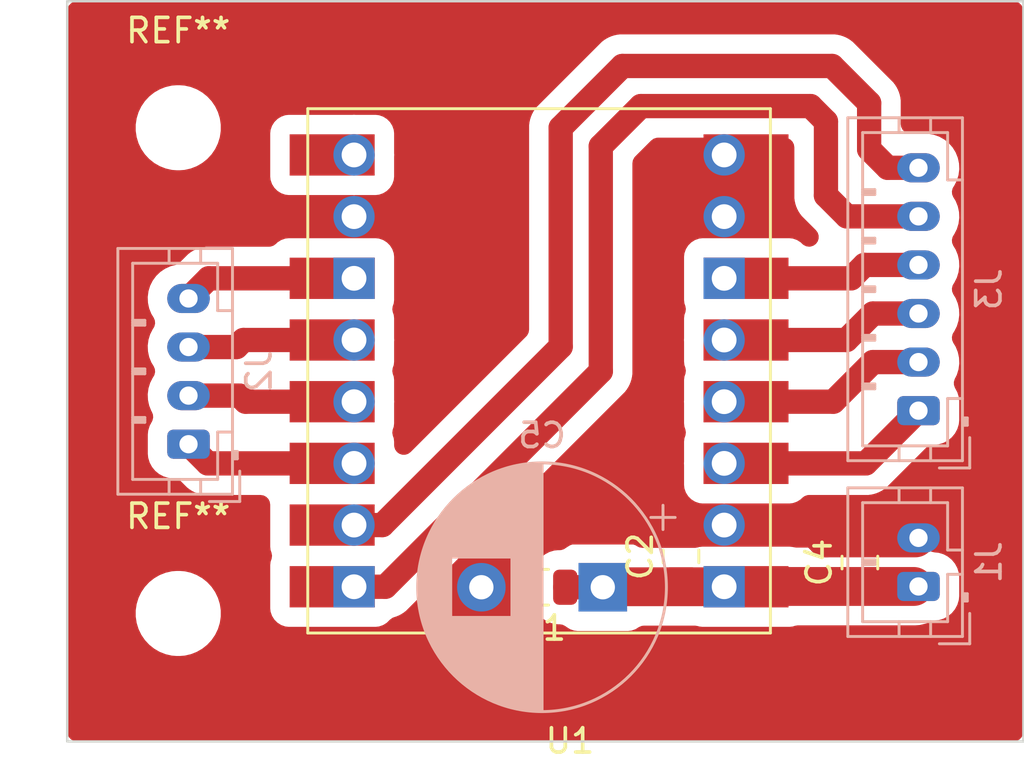
<source format=kicad_pcb>
(kicad_pcb (version 20221018) (generator pcbnew)
  (layers (0 "F.Cu" signal) (31 "B.Cu" signal) (34 "B.Paste" user) (35 "F.Paste" user) (36 "B.SilkS" user "B.Silkscreen") (37 "F.SilkS" user "F.Silkscreen") (38 "B.Mask" user) (39 "F.Mask" user) (44 "Edge.Cuts" user))
  (net 0 "")
  (net 1 "+3.3V")
  (net 2 "GND")
  (net 3 "Net-(J2-Pin_1)")
  (net 4 "Net-(J2-Pin_2)")
  (net 5 "Net-(J2-Pin_3)")
  (net 6 "Net-(J2-Pin_4)")
  (net 7 "DIO1")
  (net 8 "DIO2")
  (net 9 "TXen")
  (net 10 "RXen")
  (net 11 "Net-(J3-Pin_5)")
  (net 12 "Net-(J3-Pin_6)")
  (footprint "Capacitor_SMD:C_0805_2012Metric" (layer "F.Cu") (at 89.408 58.42 180)
    (fp_text reference "C1" (at 0 -1.68) (layer "F.SilkS"))
    (fp_text value "10uF")
    (fp_line (start -0.261252 -0.735) (end 0.261252 -0.735) (stroke (width 0.12)) (layer "F.SilkS"))
    (fp_line (start -0.261252 0.735) (end 0.261252 0.735) (stroke (width 0.12)) (layer "F.SilkS"))
    (pad "1" smd roundrect (at -0.95 0 180) (size 1 1.45) (layers "F.Cu" "F.Paste" "F.Mask") (net 1 "+3.3V"))
    (pad "2" smd roundrect (at 0.95 0 180) (size 1 1.45) (layers "F.Cu" "F.Paste" "F.Mask") (net 2 "GND"))
  )
  (footprint "MountingHole:MountingHole_3mm" (layer "F.Cu") (at 74.422 59.5)
    (fp_text reference "REF**" (at 0 -4) (layer "F.SilkS"))
    (fp_text value "MountingHole_3mm")
    (pad "" np_thru_hole circle (at 0 0) (size 3 3) (drill 3) (layers "F&B.Cu" "*.Mask"))
  )
  (footprint "footprints:Core1262" (layer "F.Cu") (at 90.55 64.75)
    (fp_text reference "U1" (at 0 0) (layer "F.SilkS"))
    (fp_text value "Core1262" hide)
    (fp_line (start -10.795 -26.035) (end 8.255 -26.035) (stroke (width 0.12)) (layer "F.SilkS"))
    (fp_line (start -10.795 -4.445) (end -10.795 -26.035) (stroke (width 0.12)) (layer "F.SilkS"))
    (fp_line (start 8.255 -26.035) (end 8.255 -4.445) (stroke (width 0.12)) (layer "F.SilkS"))
    (fp_line (start 8.255 -4.445) (end -10.795 -4.445) (stroke (width 0.12)) (layer "F.SilkS"))
    (pad "1" thru_hole oval (at 6.35 -24.13) (size 1.7 1.7) (drill 1.02) (layers "*.Cu" "*.Mask") (net 2 "GND"))
    (pad "1" smd rect (at 6.35 -24.13) (size 3.5 1.7) (drill (offset 0.9 0)) (layers "F.Cu" "F.Mask") (net 2 "GND"))
    (pad "2" thru_hole oval (at 6.35 -21.59) (size 1.7 1.7) (drill 1.02) (layers "*.Cu" "*.Mask") (net 2 "GND"))
    (pad "2" smd rect (at 6.35 -21.59) (size 3.5 1.7) (drill (offset 0.9 0)) (layers "F.Cu" "F.Mask") (net 2 "GND"))
    (pad "3" thru_hole rect (at 6.35 -19.05) (size 1.7 1.7) (drill 1.02) (layers "*.Cu" "*.Mask") (net 10 "RXen"))
    (pad "3" smd rect (at 6.35 -19.05) (size 3.5 1.7) (drill (offset 0.9 0)) (layers "F.Cu" "F.Mask") (net 10 "RXen"))
    (pad "4" thru_hole oval (at 6.35 -16.51) (size 1.7 1.7) (drill 1.02) (layers "*.Cu" "*.Mask") (net 9 "TXen"))
    (pad "4" smd rect (at 6.35 -16.51) (size 3.5 1.7) (drill (offset 0.9 0)) (layers "F.Cu" "F.Mask") (net 9 "TXen"))
    (pad "5" thru_hole oval (at 6.35 -13.97) (size 1.7 1.7) (drill 1.02) (layers "*.Cu" "*.Mask") (net 8 "DIO2"))
    (pad "5" smd rect (at 6.35 -13.97) (size 3.5 1.7) (drill (offset 0.9 0)) (layers "F.Cu" "F.Mask") (net 8 "DIO2"))
    (pad "6" thru_hole oval (at 6.35 -11.43) (size 1.7 1.7) (drill 1.02) (layers "*.Cu" "*.Mask") (net 7 "DIO1"))
    (pad "6" smd rect (at 6.35 -11.43) (size 3.5 1.7) (drill (offset 0.9 0)) (layers "F.Cu" "F.Mask") (net 7 "DIO1"))
    (pad "7" thru_hole oval (at 6.35 -8.89) (size 1.7 1.7) (drill 1.02) (layers "*.Cu" "*.Mask") (net 2 "GND"))
    (pad "7" smd rect (at 6.35 -8.89) (size 3.5 1.7) (drill (offset 0.9 0)) (layers "F.Cu" "F.Mask") (net 2 "GND"))
    (pad "8" thru_hole rect (at 6.35 -6.35) (size 1.7 1.7) (drill 1.02) (layers "*.Cu" "*.Mask") (net 1 "+3.3V"))
    (pad "8" smd rect (at 6.35 -6.35) (size 3.5 1.7) (drill (offset 0.9 0)) (layers "F.Cu" "F.Mask") (net 1 "+3.3V"))
    (pad "9" thru_hole rect (at -8.89 -6.35) (size 1.7 1.7) (drill 1.02) (layers "*.Cu" "*.Mask") (net 11 "Net-(J3-Pin_5)"))
    (pad "9" smd rect (at -8.89 -6.35) (size 3.5 1.7) (drill (offset -0.9 0)) (layers "F.Cu" "F.Mask") (net 11 "Net-(J3-Pin_5)"))
    (pad "10" thru_hole oval (at -8.89 -8.89) (size 1.7 1.7) (drill 1.02) (layers "*.Cu" "*.Mask") (net 12 "Net-(J3-Pin_6)"))
    (pad "10" smd rect (at -8.89 -8.89) (size 3.5 1.7) (drill (offset -0.9 0)) (layers "F.Cu" "F.Mask") (net 12 "Net-(J3-Pin_6)"))
    (pad "11" thru_hole oval (at -8.89 -11.43) (size 1.7 1.7) (drill 1.02) (layers "*.Cu" "*.Mask") (net 3 "Net-(J2-Pin_1)"))
    (pad "11" smd rect (at -8.89 -11.43) (size 3.5 1.7) (drill (offset -0.9 0)) (layers "F.Cu" "F.Mask") (net 3 "Net-(J2-Pin_1)"))
    (pad "12" thru_hole oval (at -8.89 -13.97) (size 1.7 1.7) (drill 1.02) (layers "*.Cu" "*.Mask") (net 4 "Net-(J2-Pin_2)"))
    (pad "12" smd rect (at -8.89 -13.97) (size 3.5 1.7) (drill (offset -0.9 0)) (layers "F.Cu" "F.Mask") (net 4 "Net-(J2-Pin_2)"))
    (pad "13" thru_hole oval (at -8.89 -16.51) (size 1.7 1.7) (drill 1.02) (layers "*.Cu" "*.Mask") (net 5 "Net-(J2-Pin_3)"))
    (pad "13" smd rect (at -8.89 -16.51) (size 3.5 1.7) (drill (offset -0.9 0)) (layers "F.Cu" "F.Mask") (net 5 "Net-(J2-Pin_3)"))
    (pad "14" thru_hole rect (at -8.89 -19.05) (size 1.7 1.7) (drill 1.02) (layers "*.Cu" "*.Mask") (net 6 "Net-(J2-Pin_4)"))
    (pad "14" smd rect (at -8.89 -19.05) (size 3.5 1.7) (drill (offset -0.9 0)) (layers "F.Cu" "F.Mask") (net 6 "Net-(J2-Pin_4)"))
    (pad "15" thru_hole oval (at -8.89 -21.59) (size 1.7 1.7) (drill 1.02) (layers "*.Cu" "*.Mask") (net 2 "GND"))
    (pad "15" smd rect (at -8.89 -21.59) (size 3.5 1.7) (drill (offset -0.9 0)) (layers "F.Cu" "F.Mask") (net 2 "GND"))
    (pad "16" thru_hole oval (at -8.89 -24.13) (size 1.7 1.7) (drill 1.02) (layers "*.Cu" "*.Mask"))
    (pad "16" smd rect (at -8.89 -24.13) (size 3.5 1.7) (drill (offset -0.9 0)) (layers "F.Cu" "F.Mask"))
  )
  (footprint "MountingHole:MountingHole_3mm" (layer "F.Cu") (at 74.422 39.5)
    (fp_text reference "REF**" (at 0 -4) (layer "F.SilkS"))
    (fp_text value "MountingHole_3mm")
    (pad "" np_thru_hole circle (at 0 0) (size 3 3) (drill 3) (layers "*.Cu" "*.Mask"))
  )
  (footprint "Capacitor_SMD:C_0805_2012Metric" (layer "F.Cu") (at 95.123 57.15 90)
    (fp_text reference "C2" (at 0 -1.68 90) (layer "F.SilkS"))
    (fp_text value "0.1uF")
    (fp_line (start -0.261252 -0.735) (end 0.261252 -0.735) (stroke (width 0.12)) (layer "F.SilkS"))
    (fp_line (start -0.261252 0.735) (end 0.261252 0.735) (stroke (width 0.12)) (layer "F.SilkS"))
    (pad "1" smd roundrect (at -0.95 0 90) (size 1 1.45) (layers "F.Cu" "F.Paste" "F.Mask") (net 1 "+3.3V"))
    (pad "2" smd roundrect (at 0.95 0 90) (size 1 1.45) (layers "F.Cu" "F.Paste" "F.Mask") (net 2 "GND"))
  )
  (footprint "Capacitor_SMD:C_0805_2012Metric" (layer "F.Cu") (at 102.489 57.404 90)
    (fp_text reference "C4" (at 0 -1.68 90) (layer "F.SilkS"))
    (fp_text value "10uF")
    (fp_line (start -0.261252 -0.735) (end 0.261252 -0.735) (stroke (width 0.12)) (layer "F.SilkS"))
    (fp_line (start -0.261252 0.735) (end 0.261252 0.735) (stroke (width 0.12)) (layer "F.SilkS"))
    (pad "1" smd roundrect (at -0.95 0 90) (size 1 1.45) (layers "F.Cu" "F.Paste" "F.Mask") (net 1 "+3.3V"))
    (pad "2" smd roundrect (at 0.95 0 90) (size 1 1.45) (layers "F.Cu" "F.Paste" "F.Mask") (net 2 "GND"))
  )
  (footprint "Capacitor_THT:CP_Radial_D10.0mm_P5.00mm" (layer "B.Cu") (at 91.902677 58.42 180)
    (fp_text reference "C5" (at 2.5 6.25) (layer "B.SilkS") (effects (justify mirror)))
    (fp_text value "2200uF")
    (fp_line (start -2.979646 2.875) (end -1.979646 2.875) (stroke (width 0.12)) (layer "B.SilkS"))
    (fp_line (start -2.479646 3.375) (end -2.479646 2.375) (stroke (width 0.12)) (layer "B.SilkS"))
    (fp_line (start 2.5 5.08) (end 2.5 -5.08) (stroke (width 0.12)) (layer "B.SilkS"))
    (fp_line (start 2.54 5.08) (end 2.54 -5.08) (stroke (width 0.12)) (layer "B.SilkS"))
    (fp_line (start 2.58 5.08) (end 2.58 -5.08) (stroke (width 0.12)) (layer "B.SilkS"))
    (fp_line (start 2.62 5.079) (end 2.62 -5.079) (stroke (width 0.12)) (layer "B.SilkS"))
    (fp_line (start 2.66 5.078) (end 2.66 -5.078) (stroke (width 0.12)) (layer "B.SilkS"))
    (fp_line (start 2.7 5.077) (end 2.7 -5.077) (stroke (width 0.12)) (layer "B.SilkS"))
    (fp_line (start 2.74 5.075) (end 2.74 -5.075) (stroke (width 0.12)) (layer "B.SilkS"))
    (fp_line (start 2.78 5.073) (end 2.78 -5.073) (stroke (width 0.12)) (layer "B.SilkS"))
    (fp_line (start 2.82 5.07) (end 2.82 -5.07) (stroke (width 0.12)) (layer "B.SilkS"))
    (fp_line (start 2.86 5.068) (end 2.86 -5.068) (stroke (width 0.12)) (layer "B.SilkS"))
    (fp_line (start 2.9 5.065) (end 2.9 -5.065) (stroke (width 0.12)) (layer "B.SilkS"))
    (fp_line (start 2.94 5.062) (end 2.94 -5.062) (stroke (width 0.12)) (layer "B.SilkS"))
    (fp_line (start 2.98 5.058) (end 2.98 -5.058) (stroke (width 0.12)) (layer "B.SilkS"))
    (fp_line (start 3.02 5.054) (end 3.02 -5.054) (stroke (width 0.12)) (layer "B.SilkS"))
    (fp_line (start 3.06 5.05) (end 3.06 -5.05) (stroke (width 0.12)) (layer "B.SilkS"))
    (fp_line (start 3.1 5.045) (end 3.1 -5.045) (stroke (width 0.12)) (layer "B.SilkS"))
    (fp_line (start 3.14 5.04) (end 3.14 -5.04) (stroke (width 0.12)) (layer "B.SilkS"))
    (fp_line (start 3.18 5.035) (end 3.18 -5.035) (stroke (width 0.12)) (layer "B.SilkS"))
    (fp_line (start 3.221 5.03) (end 3.221 -5.03) (stroke (width 0.12)) (layer "B.SilkS"))
    (fp_line (start 3.261 5.024) (end 3.261 -5.024) (stroke (width 0.12)) (layer "B.SilkS"))
    (fp_line (start 3.301 5.018) (end 3.301 -5.018) (stroke (width 0.12)) (layer "B.SilkS"))
    (fp_line (start 3.341 5.011) (end 3.341 -5.011) (stroke (width 0.12)) (layer "B.SilkS"))
    (fp_line (start 3.381 5.004) (end 3.381 -5.004) (stroke (width 0.12)) (layer "B.SilkS"))
    (fp_line (start 3.421 4.997) (end 3.421 -4.997) (stroke (width 0.12)) (layer "B.SilkS"))
    (fp_line (start 3.461 4.99) (end 3.461 -4.99) (stroke (width 0.12)) (layer "B.SilkS"))
    (fp_line (start 3.501 4.982) (end 3.501 -4.982) (stroke (width 0.12)) (layer "B.SilkS"))
    (fp_line (start 3.541 4.974) (end 3.541 -4.974) (stroke (width 0.12)) (layer "B.SilkS"))
    (fp_line (start 3.581 4.965) (end 3.581 -4.965) (stroke (width 0.12)) (layer "B.SilkS"))
    (fp_line (start 3.621 4.956) (end 3.621 -4.956) (stroke (width 0.12)) (layer "B.SilkS"))
    (fp_line (start 3.661 4.947) (end 3.661 -4.947) (stroke (width 0.12)) (layer "B.SilkS"))
    (fp_line (start 3.701 4.938) (end 3.701 -4.938) (stroke (width 0.12)) (layer "B.SilkS"))
    (fp_line (start 3.741 4.928) (end 3.741 -4.928) (stroke (width 0.12)) (layer "B.SilkS"))
    (fp_line (start 3.781 -1.241) (end 3.781 -4.918) (stroke (width 0.12)) (layer "B.SilkS"))
    (fp_line (start 3.781 4.918) (end 3.781 1.241) (stroke (width 0.12)) (layer "B.SilkS"))
    (fp_line (start 3.821 -1.241) (end 3.821 -4.907) (stroke (width 0.12)) (layer "B.SilkS"))
    (fp_line (start 3.821 4.907) (end 3.821 1.241) (stroke (width 0.12)) (layer "B.SilkS"))
    (fp_line (start 3.861 -1.241) (end 3.861 -4.897) (stroke (width 0.12)) (layer "B.SilkS"))
    (fp_line (start 3.861 4.897) (end 3.861 1.241) (stroke (width 0.12)) (layer "B.SilkS"))
    (fp_line (start 3.901 -1.241) (end 3.901 -4.885) (stroke (width 0.12)) (layer "B.SilkS"))
    (fp_line (start 3.901 4.885) (end 3.901 1.241) (stroke (width 0.12)) (layer "B.SilkS"))
    (fp_line (start 3.941 -1.241) (end 3.941 -4.874) (stroke (width 0.12)) (layer "B.SilkS"))
    (fp_line (start 3.941 4.874) (end 3.941 1.241) (stroke (width 0.12)) (layer "B.SilkS"))
    (fp_line (start 3.981 -1.241) (end 3.981 -4.862) (stroke (width 0.12)) (layer "B.SilkS"))
    (fp_line (start 3.981 4.862) (end 3.981 1.241) (stroke (width 0.12)) (layer "B.SilkS"))
    (fp_line (start 4.021 -1.241) (end 4.021 -4.85) (stroke (width 0.12)) (layer "B.SilkS"))
    (fp_line (start 4.021 4.85) (end 4.021 1.241) (stroke (width 0.12)) (layer "B.SilkS"))
    (fp_line (start 4.061 -1.241) (end 4.061 -4.837) (stroke (width 0.12)) (layer "B.SilkS"))
    (fp_line (start 4.061 4.837) (end 4.061 1.241) (stroke (width 0.12)) (layer "B.SilkS"))
    (fp_line (start 4.101 -1.241) (end 4.101 -4.824) (stroke (width 0.12)) (layer "B.SilkS"))
    (fp_line (start 4.101 4.824) (end 4.101 1.241) (stroke (width 0.12)) (layer "B.SilkS"))
    (fp_line (start 4.141 -1.241) (end 4.141 -4.811) (stroke (width 0.12)) (layer "B.SilkS"))
    (fp_line (start 4.141 4.811) (end 4.141 1.241) (stroke (width 0.12)) (layer "B.SilkS"))
    (fp_line (start 4.181 -1.241) (end 4.181 -4.797) (stroke (width 0.12)) (layer "B.SilkS"))
    (fp_line (start 4.181 4.797) (end 4.181 1.241) (stroke (width 0.12)) (layer "B.SilkS"))
    (fp_line (start 4.221 -1.241) (end 4.221 -4.783) (stroke (width 0.12)) (layer "B.SilkS"))
    (fp_line (start 4.221 4.783) (end 4.221 1.241) (stroke (width 0.12)) (layer "B.SilkS"))
    (fp_line (start 4.261 -1.241) (end 4.261 -4.768) (stroke (width 0.12)) (layer "B.SilkS"))
    (fp_line (start 4.261 4.768) (end 4.261 1.241) (stroke (width 0.12)) (layer "B.SilkS"))
    (fp_line (start 4.301 -1.241) (end 4.301 -4.754) (stroke (width 0.12)) (layer "B.SilkS"))
    (fp_line (start 4.301 4.754) (end 4.301 1.241) (stroke (width 0.12)) (layer "B.SilkS"))
    (fp_line (start 4.341 -1.241) (end 4.341 -4.738) (stroke (width 0.12)) (layer "B.SilkS"))
    (fp_line (start 4.341 4.738) (end 4.341 1.241) (stroke (width 0.12)) (layer "B.SilkS"))
    (fp_line (start 4.381 -1.241) (end 4.381 -4.723) (stroke (width 0.12)) (layer "B.SilkS"))
    (fp_line (start 4.381 4.723) (end 4.381 1.241) (stroke (width 0.12)) (layer "B.SilkS"))
    (fp_line (start 4.421 -1.241) (end 4.421 -4.707) (stroke (width 0.12)) (layer "B.SilkS"))
    (fp_line (start 4.421 4.707) (end 4.421 1.241) (stroke (width 0.12)) (layer "B.SilkS"))
    (fp_line (start 4.461 -1.241) (end 4.461 -4.69) (stroke (width 0.12)) (layer "B.SilkS"))
    (fp_line (start 4.461 4.69) (end 4.461 1.241) (stroke (width 0.12)) (layer "B.SilkS"))
    (fp_line (start 4.501 -1.241) (end 4.501 -4.674) (stroke (width 0.12)) (layer "B.SilkS"))
    (fp_line (start 4.501 4.674) (end 4.501 1.241) (stroke (width 0.12)) (layer "B.SilkS"))
    (fp_line (start 4.541 -1.241) (end 4.541 -4.657) (stroke (width 0.12)) (layer "B.SilkS"))
    (fp_line (start 4.541 4.657) (end 4.541 1.241) (stroke (width 0.12)) (layer "B.SilkS"))
    (fp_line (start 4.581 -1.241) (end 4.581 -4.639) (stroke (width 0.12)) (layer "B.SilkS"))
    (fp_line (start 4.581 4.639) (end 4.581 1.241) (stroke (width 0.12)) (layer "B.SilkS"))
    (fp_line (start 4.621 -1.241) (end 4.621 -4.621) (stroke (width 0.12)) (layer "B.SilkS"))
    (fp_line (start 4.621 4.621) (end 4.621 1.241) (stroke (width 0.12)) (layer "B.SilkS"))
    (fp_line (start 4.661 -1.241) (end 4.661 -4.603) (stroke (width 0.12)) (layer "B.SilkS"))
    (fp_line (start 4.661 4.603) (end 4.661 1.241) (stroke (width 0.12)) (layer "B.SilkS"))
    (fp_line (start 4.701 -1.241) (end 4.701 -4.584) (stroke (width 0.12)) (layer "B.SilkS"))
    (fp_line (start 4.701 4.584) (end 4.701 1.241) (stroke (width 0.12)) (layer "B.SilkS"))
    (fp_line (start 4.741 -1.241) (end 4.741 -4.564) (stroke (width 0.12)) (layer "B.SilkS"))
    (fp_line (start 4.741 4.564) (end 4.741 1.241) (stroke (width 0.12)) (layer "B.SilkS"))
    (fp_line (start 4.781 -1.241) (end 4.781 -4.545) (stroke (width 0.12)) (layer "B.SilkS"))
    (fp_line (start 4.781 4.545) (end 4.781 1.241) (stroke (width 0.12)) (layer "B.SilkS"))
    (fp_line (start 4.821 -1.241) (end 4.821 -4.525) (stroke (width 0.12)) (layer "B.SilkS"))
    (fp_line (start 4.821 4.525) (end 4.821 1.241) (stroke (width 0.12)) (layer "B.SilkS"))
    (fp_line (start 4.861 -1.241) (end 4.861 -4.504) (stroke (width 0.12)) (layer "B.SilkS"))
    (fp_line (start 4.861 4.504) (end 4.861 1.241) (stroke (width 0.12)) (layer "B.SilkS"))
    (fp_line (start 4.901 -1.241) (end 4.901 -4.483) (stroke (width 0.12)) (layer "B.SilkS"))
    (fp_line (start 4.901 4.483) (end 4.901 1.241) (stroke (width 0.12)) (layer "B.SilkS"))
    (fp_line (start 4.941 -1.241) (end 4.941 -4.462) (stroke (width 0.12)) (layer "B.SilkS"))
    (fp_line (start 4.941 4.462) (end 4.941 1.241) (stroke (width 0.12)) (layer "B.SilkS"))
    (fp_line (start 4.981 -1.241) (end 4.981 -4.44) (stroke (width 0.12)) (layer "B.SilkS"))
    (fp_line (start 4.981 4.44) (end 4.981 1.241) (stroke (width 0.12)) (layer "B.SilkS"))
    (fp_line (start 5.021 -1.241) (end 5.021 -4.417) (stroke (width 0.12)) (layer "B.SilkS"))
    (fp_line (start 5.021 4.417) (end 5.021 1.241) (stroke (width 0.12)) (layer "B.SilkS"))
    (fp_line (start 5.061 -1.241) (end 5.061 -4.395) (stroke (width 0.12)) (layer "B.SilkS"))
    (fp_line (start 5.061 4.395) (end 5.061 1.241) (stroke (width 0.12)) (layer "B.SilkS"))
    (fp_line (start 5.101 -1.241) (end 5.101 -4.371) (stroke (width 0.12)) (layer "B.SilkS"))
    (fp_line (start 5.101 4.371) (end 5.101 1.241) (stroke (width 0.12)) (layer "B.SilkS"))
    (fp_line (start 5.141 -1.241) (end 5.141 -4.347) (stroke (width 0.12)) (layer "B.SilkS"))
    (fp_line (start 5.141 4.347) (end 5.141 1.241) (stroke (width 0.12)) (layer "B.SilkS"))
    (fp_line (start 5.181 -1.241) (end 5.181 -4.323) (stroke (width 0.12)) (layer "B.SilkS"))
    (fp_line (start 5.181 4.323) (end 5.181 1.241) (stroke (width 0.12)) (layer "B.SilkS"))
    (fp_line (start 5.221 -1.241) (end 5.221 -4.298) (stroke (width 0.12)) (layer "B.SilkS"))
    (fp_line (start 5.221 4.298) (end 5.221 1.241) (stroke (width 0.12)) (layer "B.SilkS"))
    (fp_line (start 5.261 -1.241) (end 5.261 -4.273) (stroke (width 0.12)) (layer "B.SilkS"))
    (fp_line (start 5.261 4.273) (end 5.261 1.241) (stroke (width 0.12)) (layer "B.SilkS"))
    (fp_line (start 5.301 -1.241) (end 5.301 -4.247) (stroke (width 0.12)) (layer "B.SilkS"))
    (fp_line (start 5.301 4.247) (end 5.301 1.241) (stroke (width 0.12)) (layer "B.SilkS"))
    (fp_line (start 5.341 -1.241) (end 5.341 -4.221) (stroke (width 0.12)) (layer "B.SilkS"))
    (fp_line (start 5.341 4.221) (end 5.341 1.241) (stroke (width 0.12)) (layer "B.SilkS"))
    (fp_line (start 5.381 -1.241) (end 5.381 -4.194) (stroke (width 0.12)) (layer "B.SilkS"))
    (fp_line (start 5.381 4.194) (end 5.381 1.241) (stroke (width 0.12)) (layer "B.SilkS"))
    (fp_line (start 5.421 -1.241) (end 5.421 -4.166) (stroke (width 0.12)) (layer "B.SilkS"))
    (fp_line (start 5.421 4.166) (end 5.421 1.241) (stroke (width 0.12)) (layer "B.SilkS"))
    (fp_line (start 5.461 -1.241) (end 5.461 -4.138) (stroke (width 0.12)) (layer "B.SilkS"))
    (fp_line (start 5.461 4.138) (end 5.461 1.241) (stroke (width 0.12)) (layer "B.SilkS"))
    (fp_line (start 5.501 -1.241) (end 5.501 -4.11) (stroke (width 0.12)) (layer "B.SilkS"))
    (fp_line (start 5.501 4.11) (end 5.501 1.241) (stroke (width 0.12)) (layer "B.SilkS"))
    (fp_line (start 5.541 -1.241) (end 5.541 -4.08) (stroke (width 0.12)) (layer "B.SilkS"))
    (fp_line (start 5.541 4.08) (end 5.541 1.241) (stroke (width 0.12)) (layer "B.SilkS"))
    (fp_line (start 5.581 -1.241) (end 5.581 -4.05) (stroke (width 0.12)) (layer "B.SilkS"))
    (fp_line (start 5.581 4.05) (end 5.581 1.241) (stroke (width 0.12)) (layer "B.SilkS"))
    (fp_line (start 5.621 -1.241) (end 5.621 -4.02) (stroke (width 0.12)) (layer "B.SilkS"))
    (fp_line (start 5.621 4.02) (end 5.621 1.241) (stroke (width 0.12)) (layer "B.SilkS"))
    (fp_line (start 5.661 -1.241) (end 5.661 -3.989) (stroke (width 0.12)) (layer "B.SilkS"))
    (fp_line (start 5.661 3.989) (end 5.661 1.241) (stroke (width 0.12)) (layer "B.SilkS"))
    (fp_line (start 5.701 -1.241) (end 5.701 -3.957) (stroke (width 0.12)) (layer "B.SilkS"))
    (fp_line (start 5.701 3.957) (end 5.701 1.241) (stroke (width 0.12)) (layer "B.SilkS"))
    (fp_line (start 5.741 -1.241) (end 5.741 -3.925) (stroke (width 0.12)) (layer "B.SilkS"))
    (fp_line (start 5.741 3.925) (end 5.741 1.241) (stroke (width 0.12)) (layer "B.SilkS"))
    (fp_line (start 5.781 -1.241) (end 5.781 -3.892) (stroke (width 0.12)) (layer "B.SilkS"))
    (fp_line (start 5.781 3.892) (end 5.781 1.241) (stroke (width 0.12)) (layer "B.SilkS"))
    (fp_line (start 5.821 -1.241) (end 5.821 -3.858) (stroke (width 0.12)) (layer "B.SilkS"))
    (fp_line (start 5.821 3.858) (end 5.821 1.241) (stroke (width 0.12)) (layer "B.SilkS"))
    (fp_line (start 5.861 -1.241) (end 5.861 -3.824) (stroke (width 0.12)) (layer "B.SilkS"))
    (fp_line (start 5.861 3.824) (end 5.861 1.241) (stroke (width 0.12)) (layer "B.SilkS"))
    (fp_line (start 5.901 -1.241) (end 5.901 -3.789) (stroke (width 0.12)) (layer "B.SilkS"))
    (fp_line (start 5.901 3.789) (end 5.901 1.241) (stroke (width 0.12)) (layer "B.SilkS"))
    (fp_line (start 5.941 -1.241) (end 5.941 -3.753) (stroke (width 0.12)) (layer "B.SilkS"))
    (fp_line (start 5.941 3.753) (end 5.941 1.241) (stroke (width 0.12)) (layer "B.SilkS"))
    (fp_line (start 5.981 -1.241) (end 5.981 -3.716) (stroke (width 0.12)) (layer "B.SilkS"))
    (fp_line (start 5.981 3.716) (end 5.981 1.241) (stroke (width 0.12)) (layer "B.SilkS"))
    (fp_line (start 6.021 -1.241) (end 6.021 -3.679) (stroke (width 0.12)) (layer "B.SilkS"))
    (fp_line (start 6.021 3.679) (end 6.021 1.241) (stroke (width 0.12)) (layer "B.SilkS"))
    (fp_line (start 6.061 -1.241) (end 6.061 -3.64) (stroke (width 0.12)) (layer "B.SilkS"))
    (fp_line (start 6.061 3.64) (end 6.061 1.241) (stroke (width 0.12)) (layer "B.SilkS"))
    (fp_line (start 6.101 -1.241) (end 6.101 -3.601) (stroke (width 0.12)) (layer "B.SilkS"))
    (fp_line (start 6.101 3.601) (end 6.101 1.241) (stroke (width 0.12)) (layer "B.SilkS"))
    (fp_line (start 6.141 -1.241) (end 6.141 -3.561) (stroke (width 0.12)) (layer "B.SilkS"))
    (fp_line (start 6.141 3.561) (end 6.141 1.241) (stroke (width 0.12)) (layer "B.SilkS"))
    (fp_line (start 6.181 -1.241) (end 6.181 -3.52) (stroke (width 0.12)) (layer "B.SilkS"))
    (fp_line (start 6.181 3.52) (end 6.181 1.241) (stroke (width 0.12)) (layer "B.SilkS"))
    (fp_line (start 6.221 -1.241) (end 6.221 -3.478) (stroke (width 0.12)) (layer "B.SilkS"))
    (fp_line (start 6.221 3.478) (end 6.221 1.241) (stroke (width 0.12)) (layer "B.SilkS"))
    (fp_line (start 6.261 3.436) (end 6.261 -3.436) (stroke (width 0.12)) (layer "B.SilkS"))
    (fp_line (start 6.301 3.392) (end 6.301 -3.392) (stroke (width 0.12)) (layer "B.SilkS"))
    (fp_line (start 6.341 3.347) (end 6.341 -3.347) (stroke (width 0.12)) (layer "B.SilkS"))
    (fp_line (start 6.381 3.301) (end 6.381 -3.301) (stroke (width 0.12)) (layer "B.SilkS"))
    (fp_line (start 6.421 3.254) (end 6.421 -3.254) (stroke (width 0.12)) (layer "B.SilkS"))
    (fp_line (start 6.461 3.206) (end 6.461 -3.206) (stroke (width 0.12)) (layer "B.SilkS"))
    (fp_line (start 6.501 3.156) (end 6.501 -3.156) (stroke (width 0.12)) (layer "B.SilkS"))
    (fp_line (start 6.541 3.106) (end 6.541 -3.106) (stroke (width 0.12)) (layer "B.SilkS"))
    (fp_line (start 6.581 3.054) (end 6.581 -3.054) (stroke (width 0.12)) (layer "B.SilkS"))
    (fp_line (start 6.621 3) (end 6.621 -3) (stroke (width 0.12)) (layer "B.SilkS"))
    (fp_line (start 6.661 2.945) (end 6.661 -2.945) (stroke (width 0.12)) (layer "B.SilkS"))
    (fp_line (start 6.701 2.889) (end 6.701 -2.889) (stroke (width 0.12)) (layer "B.SilkS"))
    (fp_line (start 6.741 2.83) (end 6.741 -2.83) (stroke (width 0.12)) (layer "B.SilkS"))
    (fp_line (start 6.781 2.77) (end 6.781 -2.77) (stroke (width 0.12)) (layer "B.SilkS"))
    (fp_line (start 6.821 2.709) (end 6.821 -2.709) (stroke (width 0.12)) (layer "B.SilkS"))
    (fp_line (start 6.861 2.645) (end 6.861 -2.645) (stroke (width 0.12)) (layer "B.SilkS"))
    (fp_line (start 6.901 2.579) (end 6.901 -2.579) (stroke (width 0.12)) (layer "B.SilkS"))
    (fp_line (start 6.941 2.51) (end 6.941 -2.51) (stroke (width 0.12)) (layer "B.SilkS"))
    (fp_line (start 6.981 2.439) (end 6.981 -2.439) (stroke (width 0.12)) (layer "B.SilkS"))
    (fp_line (start 7.021 2.365) (end 7.021 -2.365) (stroke (width 0.12)) (layer "B.SilkS"))
    (fp_line (start 7.061 2.289) (end 7.061 -2.289) (stroke (width 0.12)) (layer "B.SilkS"))
    (fp_line (start 7.101 2.209) (end 7.101 -2.209) (stroke (width 0.12)) (layer "B.SilkS"))
    (fp_line (start 7.141 2.125) (end 7.141 -2.125) (stroke (width 0.12)) (layer "B.SilkS"))
    (fp_line (start 7.181 2.037) (end 7.181 -2.037) (stroke (width 0.12)) (layer "B.SilkS"))
    (fp_line (start 7.221 1.944) (end 7.221 -1.944) (stroke (width 0.12)) (layer "B.SilkS"))
    (fp_line (start 7.261 1.846) (end 7.261 -1.846) (stroke (width 0.12)) (layer "B.SilkS"))
    (fp_line (start 7.301 1.742) (end 7.301 -1.742) (stroke (width 0.12)) (layer "B.SilkS"))
    (fp_line (start 7.341 1.63) (end 7.341 -1.63) (stroke (width 0.12)) (layer "B.SilkS"))
    (fp_line (start 7.381 1.51) (end 7.381 -1.51) (stroke (width 0.12)) (layer "B.SilkS"))
    (fp_line (start 7.421 1.378) (end 7.421 -1.378) (stroke (width 0.12)) (layer "B.SilkS"))
    (fp_line (start 7.461 1.23) (end 7.461 -1.23) (stroke (width 0.12)) (layer "B.SilkS"))
    (fp_line (start 7.501 1.062) (end 7.501 -1.062) (stroke (width 0.12)) (layer "B.SilkS"))
    (fp_line (start 7.541 0.862) (end 7.541 -0.862) (stroke (width 0.12)) (layer "B.SilkS"))
    (fp_line (start 7.581 0.599) (end 7.581 -0.599) (stroke (width 0.12)) (layer "B.SilkS"))
    (fp_circle (center 2.5 0) (end 7.62 0) (stroke (width 0.12)) (fill none) (layer "B.SilkS"))
    (pad "1" thru_hole rect (at 0 0 180) (size 2 2) (drill 1) (layers "*.Cu" "*.Mask") (net 1 "+3.3V"))
    (pad "2" thru_hole circle (at 5 0 180) (size 2 2) (drill 1) (layers "*.Cu" "*.Mask") (net 2 "GND"))
  )
  (footprint "Connector_JST:JST_PH_B2B-PH-K_1x02_P2.00mm_Vertical" (layer "B.Cu") (at 104.902 58.388 90)
    (fp_text reference "J1" (at 1 2.9 90) (layer "B.SilkS") (effects (justify mirror)))
    (fp_text value "PWR")
    (fp_line (start -2.36 2.11) (end -2.36 0.86) (stroke (width 0.12)) (layer "B.SilkS"))
    (fp_line (start -2.06 -2.91) (end 4.06 -2.91) (stroke (width 0.12)) (layer "B.SilkS"))
    (fp_line (start -2.06 -0.8) (end -1.45 -0.8) (stroke (width 0.12)) (layer "B.SilkS"))
    (fp_line (start -2.06 0.5) (end -1.45 0.5) (stroke (width 0.12)) (layer "B.SilkS"))
    (fp_line (start -2.06 1.81) (end -2.06 -2.91) (stroke (width 0.12)) (layer "B.SilkS"))
    (fp_line (start -1.45 -2.3) (end 3.45 -2.3) (stroke (width 0.12)) (layer "B.SilkS"))
    (fp_line (start -1.45 1.2) (end -1.45 -2.3) (stroke (width 0.12)) (layer "B.SilkS"))
    (fp_line (start -1.11 2.11) (end -2.36 2.11) (stroke (width 0.12)) (layer "B.SilkS"))
    (fp_line (start -0.6 2.01) (end -0.6 1.81) (stroke (width 0.12)) (layer "B.SilkS"))
    (fp_line (start -0.3 1.81) (end -0.3 2.01) (stroke (width 0.12)) (layer "B.SilkS"))
    (fp_line (start -0.3 1.91) (end -0.6 1.91) (stroke (width 0.12)) (layer "B.SilkS"))
    (fp_line (start -0.3 2.01) (end -0.6 2.01) (stroke (width 0.12)) (layer "B.SilkS"))
    (fp_line (start 0.5 1.2) (end -1.45 1.2) (stroke (width 0.12)) (layer "B.SilkS"))
    (fp_line (start 0.5 1.81) (end 0.5 1.2) (stroke (width 0.12)) (layer "B.SilkS"))
    (fp_line (start 0.9 -2.3) (end 0.9 -1.8) (stroke (width 0.12)) (layer "B.SilkS"))
    (fp_line (start 0.9 -1.8) (end 1.1 -1.8) (stroke (width 0.12)) (layer "B.SilkS"))
    (fp_line (start 1 -2.3) (end 1 -1.8) (stroke (width 0.12)) (layer "B.SilkS"))
    (fp_line (start 1.1 -1.8) (end 1.1 -2.3) (stroke (width 0.12)) (layer "B.SilkS"))
    (fp_line (start 1.5 1.2) (end 1.5 1.81) (stroke (width 0.12)) (layer "B.SilkS"))
    (fp_line (start 3.45 -2.3) (end 3.45 1.2) (stroke (width 0.12)) (layer "B.SilkS"))
    (fp_line (start 3.45 1.2) (end 1.5 1.2) (stroke (width 0.12)) (layer "B.SilkS"))
    (fp_line (start 4.06 -2.91) (end 4.06 1.81) (stroke (width 0.12)) (layer "B.SilkS"))
    (fp_line (start 4.06 -0.8) (end 3.45 -0.8) (stroke (width 0.12)) (layer "B.SilkS"))
    (fp_line (start 4.06 0.5) (end 3.45 0.5) (stroke (width 0.12)) (layer "B.SilkS"))
    (fp_line (start 4.06 1.81) (end -2.06 1.81) (stroke (width 0.12)) (layer "B.SilkS"))
    (pad "1" thru_hole roundrect (at 0 0 90) (size 1.2 1.75) (drill 0.75) (layers "*.Cu" "*.Mask") (roundrect_rratio 0.208333) (net 1 "+3.3V"))
    (pad "2" thru_hole oval (at 2 0 90) (size 1.2 1.75) (drill 0.75) (layers "*.Cu" "*.Mask") (net 2 "GND"))
  )
  (footprint "Connector_JST:JST_PH_B4B-PH-K_1x04_P2.00mm_Vertical" (layer "B.Cu") (at 74.845 52.53 90)
    (fp_text reference "J2" (at 3 2.9 90) (layer "B.SilkS") (effects (justify mirror)))
    (fp_text value "SPI")
    (fp_line (start -2.36 2.11) (end -2.36 0.86) (stroke (width 0.12)) (layer "B.SilkS"))
    (fp_line (start -2.06 -2.91) (end 8.06 -2.91) (stroke (width 0.12)) (layer "B.SilkS"))
    (fp_line (start -2.06 -0.8) (end -1.45 -0.8) (stroke (width 0.12)) (layer "B.SilkS"))
    (fp_line (start -2.06 0.5) (end -1.45 0.5) (stroke (width 0.12)) (layer "B.SilkS"))
    (fp_line (start -2.06 1.81) (end -2.06 -2.91) (stroke (width 0.12)) (layer "B.SilkS"))
    (fp_line (start -1.45 -2.3) (end 7.45 -2.3) (stroke (width 0.12)) (layer "B.SilkS"))
    (fp_line (start -1.45 1.2) (end -1.45 -2.3) (stroke (width 0.12)) (layer "B.SilkS"))
    (fp_line (start -1.11 2.11) (end -2.36 2.11) (stroke (width 0.12)) (layer "B.SilkS"))
    (fp_line (start -0.6 2.01) (end -0.6 1.81) (stroke (width 0.12)) (layer "B.SilkS"))
    (fp_line (start -0.3 1.81) (end -0.3 2.01) (stroke (width 0.12)) (layer "B.SilkS"))
    (fp_line (start -0.3 1.91) (end -0.6 1.91) (stroke (width 0.12)) (layer "B.SilkS"))
    (fp_line (start -0.3 2.01) (end -0.6 2.01) (stroke (width 0.12)) (layer "B.SilkS"))
    (fp_line (start 0.5 1.2) (end -1.45 1.2) (stroke (width 0.12)) (layer "B.SilkS"))
    (fp_line (start 0.5 1.81) (end 0.5 1.2) (stroke (width 0.12)) (layer "B.SilkS"))
    (fp_line (start 0.9 -2.3) (end 0.9 -1.8) (stroke (width 0.12)) (layer "B.SilkS"))
    (fp_line (start 0.9 -1.8) (end 1.1 -1.8) (stroke (width 0.12)) (layer "B.SilkS"))
    (fp_line (start 1 -2.3) (end 1 -1.8) (stroke (width 0.12)) (layer "B.SilkS"))
    (fp_line (start 1.1 -1.8) (end 1.1 -2.3) (stroke (width 0.12)) (layer "B.SilkS"))
    (fp_line (start 2.9 -2.3) (end 2.9 -1.8) (stroke (width 0.12)) (layer "B.SilkS"))
    (fp_line (start 2.9 -1.8) (end 3.1 -1.8) (stroke (width 0.12)) (layer "B.SilkS"))
    (fp_line (start 3 -2.3) (end 3 -1.8) (stroke (width 0.12)) (layer "B.SilkS"))
    (fp_line (start 3.1 -1.8) (end 3.1 -2.3) (stroke (width 0.12)) (layer "B.SilkS"))
    (fp_line (start 4.9 -2.3) (end 4.9 -1.8) (stroke (width 0.12)) (layer "B.SilkS"))
    (fp_line (start 4.9 -1.8) (end 5.1 -1.8) (stroke (width 0.12)) (layer "B.SilkS"))
    (fp_line (start 5 -2.3) (end 5 -1.8) (stroke (width 0.12)) (layer "B.SilkS"))
    (fp_line (start 5.1 -1.8) (end 5.1 -2.3) (stroke (width 0.12)) (layer "B.SilkS"))
    (fp_line (start 5.5 1.2) (end 5.5 1.81) (stroke (width 0.12)) (layer "B.SilkS"))
    (fp_line (start 7.45 -2.3) (end 7.45 1.2) (stroke (width 0.12)) (layer "B.SilkS"))
    (fp_line (start 7.45 1.2) (end 5.5 1.2) (stroke (width 0.12)) (layer "B.SilkS"))
    (fp_line (start 8.06 -2.91) (end 8.06 1.81) (stroke (width 0.12)) (layer "B.SilkS"))
    (fp_line (start 8.06 -0.8) (end 7.45 -0.8) (stroke (width 0.12)) (layer "B.SilkS"))
    (fp_line (start 8.06 0.5) (end 7.45 0.5) (stroke (width 0.12)) (layer "B.SilkS"))
    (fp_line (start 8.06 1.81) (end -2.06 1.81) (stroke (width 0.12)) (layer "B.SilkS"))
    (pad "1" thru_hole roundrect (at 0 0 90) (size 1.2 1.75) (drill 0.75) (layers "*.Cu" "*.Mask") (roundrect_rratio 0.208333) (net 3 "Net-(J2-Pin_1)"))
    (pad "2" thru_hole oval (at 2 0 90) (size 1.2 1.75) (drill 0.75) (layers "*.Cu" "*.Mask") (net 4 "Net-(J2-Pin_2)"))
    (pad "3" thru_hole oval (at 4 0 90) (size 1.2 1.75) (drill 0.75) (layers "*.Cu" "*.Mask") (net 5 "Net-(J2-Pin_3)"))
    (pad "4" thru_hole oval (at 6 0 90) (size 1.2 1.75) (drill 0.75) (layers "*.Cu" "*.Mask") (net 6 "Net-(J2-Pin_4)"))
  )
  (footprint "Connector_JST:JST_PH_B6B-PH-K_1x06_P2.00mm_Vertical" (layer "B.Cu") (at 104.902 51.149 90)
    (fp_text reference "J3" (at 5 2.9 90) (layer "B.SilkS") (effects (justify mirror)))
    (fp_text value "MISC_IO")
    (fp_line (start -2.36 2.11) (end -2.36 0.86) (stroke (width 0.12)) (layer "B.SilkS"))
    (fp_line (start -2.06 -2.91) (end 12.06 -2.91) (stroke (width 0.12)) (layer "B.SilkS"))
    (fp_line (start -2.06 -0.8) (end -1.45 -0.8) (stroke (width 0.12)) (layer "B.SilkS"))
    (fp_line (start -2.06 0.5) (end -1.45 0.5) (stroke (width 0.12)) (layer "B.SilkS"))
    (fp_line (start -2.06 1.81) (end -2.06 -2.91) (stroke (width 0.12)) (layer "B.SilkS"))
    (fp_line (start -1.45 -2.3) (end 11.45 -2.3) (stroke (width 0.12)) (layer "B.SilkS"))
    (fp_line (start -1.45 1.2) (end -1.45 -2.3) (stroke (width 0.12)) (layer "B.SilkS"))
    (fp_line (start -1.11 2.11) (end -2.36 2.11) (stroke (width 0.12)) (layer "B.SilkS"))
    (fp_line (start -0.6 2.01) (end -0.6 1.81) (stroke (width 0.12)) (layer "B.SilkS"))
    (fp_line (start -0.3 1.81) (end -0.3 2.01) (stroke (width 0.12)) (layer "B.SilkS"))
    (fp_line (start -0.3 1.91) (end -0.6 1.91) (stroke (width 0.12)) (layer "B.SilkS"))
    (fp_line (start -0.3 2.01) (end -0.6 2.01) (stroke (width 0.12)) (layer "B.SilkS"))
    (fp_line (start 0.5 1.2) (end -1.45 1.2) (stroke (width 0.12)) (layer "B.SilkS"))
    (fp_line (start 0.5 1.81) (end 0.5 1.2) (stroke (width 0.12)) (layer "B.SilkS"))
    (fp_line (start 0.9 -2.3) (end 0.9 -1.8) (stroke (width 0.12)) (layer "B.SilkS"))
    (fp_line (start 0.9 -1.8) (end 1.1 -1.8) (stroke (width 0.12)) (layer "B.SilkS"))
    (fp_line (start 1 -2.3) (end 1 -1.8) (stroke (width 0.12)) (layer "B.SilkS"))
    (fp_line (start 1.1 -1.8) (end 1.1 -2.3) (stroke (width 0.12)) (layer "B.SilkS"))
    (fp_line (start 2.9 -2.3) (end 2.9 -1.8) (stroke (width 0.12)) (layer "B.SilkS"))
    (fp_line (start 2.9 -1.8) (end 3.1 -1.8) (stroke (width 0.12)) (layer "B.SilkS"))
    (fp_line (start 3 -2.3) (end 3 -1.8) (stroke (width 0.12)) (layer "B.SilkS"))
    (fp_line (start 3.1 -1.8) (end 3.1 -2.3) (stroke (width 0.12)) (layer "B.SilkS"))
    (fp_line (start 4.9 -2.3) (end 4.9 -1.8) (stroke (width 0.12)) (layer "B.SilkS"))
    (fp_line (start 4.9 -1.8) (end 5.1 -1.8) (stroke (width 0.12)) (layer "B.SilkS"))
    (fp_line (start 5 -2.3) (end 5 -1.8) (stroke (width 0.12)) (layer "B.SilkS"))
    (fp_line (start 5.1 -1.8) (end 5.1 -2.3) (stroke (width 0.12)) (layer "B.SilkS"))
    (fp_line (start 6.9 -2.3) (end 6.9 -1.8) (stroke (width 0.12)) (layer "B.SilkS"))
    (fp_line (start 6.9 -1.8) (end 7.1 -1.8) (stroke (width 0.12)) (layer "B.SilkS"))
    (fp_line (start 7 -2.3) (end 7 -1.8) (stroke (width 0.12)) (layer "B.SilkS"))
    (fp_line (start 7.1 -1.8) (end 7.1 -2.3) (stroke (width 0.12)) (layer "B.SilkS"))
    (fp_line (start 8.9 -2.3) (end 8.9 -1.8) (stroke (width 0.12)) (layer "B.SilkS"))
    (fp_line (start 8.9 -1.8) (end 9.1 -1.8) (stroke (width 0.12)) (layer "B.SilkS"))
    (fp_line (start 9 -2.3) (end 9 -1.8) (stroke (width 0.12)) (layer "B.SilkS"))
    (fp_line (start 9.1 -1.8) (end 9.1 -2.3) (stroke (width 0.12)) (layer "B.SilkS"))
    (fp_line (start 9.5 1.2) (end 9.5 1.81) (stroke (width 0.12)) (layer "B.SilkS"))
    (fp_line (start 11.45 -2.3) (end 11.45 1.2) (stroke (width 0.12)) (layer "B.SilkS"))
    (fp_line (start 11.45 1.2) (end 9.5 1.2) (stroke (width 0.12)) (layer "B.SilkS"))
    (fp_line (start 12.06 -2.91) (end 12.06 1.81) (stroke (width 0.12)) (layer "B.SilkS"))
    (fp_line (start 12.06 -0.8) (end 11.45 -0.8) (stroke (width 0.12)) (layer "B.SilkS"))
    (fp_line (start 12.06 0.5) (end 11.45 0.5) (stroke (width 0.12)) (layer "B.SilkS"))
    (fp_line (start 12.06 1.81) (end -2.06 1.81) (stroke (width 0.12)) (layer "B.SilkS"))
    (pad "1" thru_hole roundrect (at 0 0 90) (size 1.2 1.75) (drill 0.75) (layers "*.Cu" "*.Mask") (roundrect_rratio 0.208333) (net 7 "DIO1"))
    (pad "2" thru_hole oval (at 2 0 90) (size 1.2 1.75) (drill 0.75) (layers "*.Cu" "*.Mask") (net 8 "DIO2"))
    (pad "3" thru_hole oval (at 4 0 90) (size 1.2 1.75) (drill 0.75) (layers "*.Cu" "*.Mask") (net 9 "TXen"))
    (pad "4" thru_hole oval (at 6 0 90) (size 1.2 1.75) (drill 0.75) (layers "*.Cu" "*.Mask") (net 10 "RXen"))
    (pad "5" thru_hole oval (at 8 0 90) (size 1.2 1.75) (drill 0.75) (layers "*.Cu" "*.Mask") (net 11 "Net-(J3-Pin_5)"))
    (pad "6" thru_hole oval (at 10 0 90) (size 1.2 1.75) (drill 0.75) (layers "*.Cu" "*.Mask") (net 12 "Net-(J3-Pin_6)"))
  )
  (gr_rect (start 69.85 34.29) (end 109.22 64.77) (stroke (width 0.1)) (fill none) (layer "Edge.Cuts"))
  (segment (start 104.711 58.388) (end 96.912 58.388) (width 1.6) (layer "F.Cu") (net 1))
  (segment (start 96.912 58.388) (end 96.9 58.4) (width 1.6) (layer "F.Cu") (net 1))
  (segment (start 96.9 58.4) (end 91.922677 58.4) (width 1.6) (layer "F.Cu") (net 1))
  (segment (start 91.922677 58.4) (end 91.902677 58.42) (width 1.6) (layer "F.Cu") (net 1))
  (segment (start 90.358 58.42) (end 91.902677 58.42) (width 1) (layer "F.Cu") (net 1))
  (segment (start 93.98 55.86) (end 89.462677 55.86) (width 1.6) (layer "F.Cu") (net 2))
  (segment (start 96.9 55.86) (end 93.98 55.86) (width 1.6) (layer "F.Cu") (net 2))
  (segment (start 89.462677 55.86) (end 86.902677 58.42) (width 1.6) (layer "F.Cu") (net 2))
  (segment (start 101.092 56.388) (end 100.564 55.86) (width 1.6) (layer "F.Cu") (net 2))
  (segment (start 100.564 55.86) (end 96.9 55.86) (width 1.6) (layer "F.Cu") (net 2))
  (segment (start 104.775 56.388) (end 101.092 56.388) (width 1.6) (layer "F.Cu") (net 2))
  (segment (start 88.458 58.42) (end 86.902677 58.42) (width 1) (layer "F.Cu") (net 2))
  (segment (start 75.635 53.32) (end 74.845 52.53) (width 1) (layer "F.Cu") (net 3))
  (segment (start 81.66 53.32) (end 75.635 53.32) (width 1) (layer "F.Cu") (net 3))
  (segment (start 76.946 50.53) (end 77.196 50.78) (width 1) (layer "F.Cu") (net 4))
  (segment (start 77.196 50.78) (end 81.66 50.78) (width 1) (layer "F.Cu") (net 4))
  (segment (start 74.845 50.53) (end 76.946 50.53) (width 1) (layer "F.Cu") (net 4))
  (segment (start 74.845 48.53) (end 76.819 48.53) (width 1) (layer "F.Cu") (net 5))
  (segment (start 76.819 48.53) (end 77.109 48.24) (width 1) (layer "F.Cu") (net 5))
  (segment (start 77.109 48.24) (end 81.66 48.24) (width 1) (layer "F.Cu") (net 5))
  (segment (start 75.675 45.7) (end 74.845 46.53) (width 1) (layer "F.Cu") (net 6))
  (segment (start 81.66 45.7) (end 75.675 45.7) (width 1) (layer "F.Cu") (net 6))
  (segment (start 104.902 51.149) (end 102.731 53.32) (width 1) (layer "F.Cu") (net 7))
  (segment (start 102.731 53.32) (end 96.9 53.32) (width 1) (layer "F.Cu") (net 7))
  (segment (start 103.027 49.149) (end 101.396 50.78) (width 1) (layer "F.Cu") (net 8))
  (segment (start 101.396 50.78) (end 96.9 50.78) (width 1) (layer "F.Cu") (net 8))
  (segment (start 104.902 49.149) (end 103.027 49.149) (width 1) (layer "F.Cu") (net 8))
  (segment (start 104.902 47.149) (end 103.027 47.149) (width 1) (layer "F.Cu") (net 9))
  (segment (start 103.027 47.149) (end 101.936 48.24) (width 1) (layer "F.Cu") (net 9))
  (segment (start 101.936 48.24) (end 96.9 48.24) (width 1) (layer "F.Cu") (net 9))
  (segment (start 102.679 45.149) (end 102.128 45.7) (width 1) (layer "F.Cu") (net 10))
  (segment (start 104.902 45.149) (end 102.679 45.149) (width 1) (layer "F.Cu") (net 10))
  (segment (start 102.128 45.7) (end 96.9 45.7) (width 1) (layer "F.Cu") (net 10))
  (segment (start 91.821 49.53) (end 82.951 58.4) (width 1) (layer "F.Cu") (net 11))
  (segment (start 93.472 38.608) (end 91.821 40.259) (width 1) (layer "F.Cu") (net 11))
  (segment (start 91.821 40.259) (end 91.821 49.53) (width 1) (layer "F.Cu") (net 11))
  (segment (start 104.902 43.149) (end 101.95 43.149) (width 1) (layer "F.Cu") (net 11))
  (segment (start 101.092 42.291) (end 101.092 39.243) (width 1) (layer "F.Cu") (net 11))
  (segment (start 100.457 38.608) (end 93.472 38.608) (width 1) (layer "F.Cu") (net 11))
  (segment (start 101.95 43.149) (end 101.092 42.291) (width 1) (layer "F.Cu") (net 11))
  (segment (start 82.951 58.4) (end 81.66 58.4) (width 1) (layer "F.Cu") (net 11))
  (segment (start 101.092 39.243) (end 100.457 38.608) (width 1) (layer "F.Cu") (net 11))
  (segment (start 103.633 41.149) (end 102.87 40.386) (width 1) (layer "F.Cu") (net 12))
  (segment (start 101.346 36.957) (end 92.71 36.957) (width 1) (layer "F.Cu") (net 12))
  (segment (start 102.87 40.386) (end 102.87 38.481) (width 1) (layer "F.Cu") (net 12))
  (segment (start 102.87 38.481) (end 101.346 36.957) (width 1) (layer "F.Cu") (net 12))
  (segment (start 104.902 41.149) (end 103.633 41.149) (width 1) (layer "F.Cu") (net 12))
  (segment (start 92.71 36.957) (end 90.17 39.497) (width 1) (layer "F.Cu") (net 12))
  (segment (start 82.824 55.86) (end 81.66 55.86) (width 1) (layer "F.Cu") (net 12))
  (segment (start 90.17 39.497) (end 90.17 48.514) (width 1) (layer "F.Cu") (net 12))
  (segment (start 90.17 48.514) (end 82.824 55.86) (width 1) (layer "F.Cu") (net 12))
  (zone (net 2) (net_name "GND") (layer "F.Cu") (connect_pads yes (clearance 0.8)) (min_thickness 0.8) (fill yes (thermal_gap 0.8) (thermal_bridge_width 0.8))
    (polygon (pts (xy 69.85 34.29) (xy 69.85 64.77) (xy 109.22 64.77) (xy 109.22 34.29)))
  )
)
</source>
